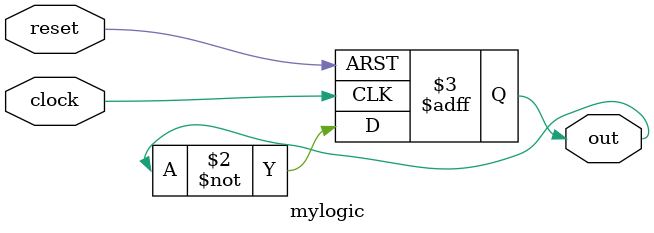
<source format=v>
module mylogic(input clock, input reset,output reg out);

always @(posedge clock,posedge reset)
begin 
if(reset)
	out=1'b1;
else
	out=~out;
end

endmodule

</source>
